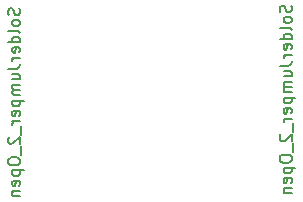
<source format=gbr>
G04 #@! TF.GenerationSoftware,KiCad,Pcbnew,9.0.4*
G04 #@! TF.CreationDate,2025-08-30T13:56:26-07:00*
G04 #@! TF.ProjectId,romi_board,726f6d69-5f62-46f6-9172-642e6b696361,rev?*
G04 #@! TF.SameCoordinates,Original*
G04 #@! TF.FileFunction,AssemblyDrawing,Bot*
%FSLAX46Y46*%
G04 Gerber Fmt 4.6, Leading zero omitted, Abs format (unit mm)*
G04 Created by KiCad (PCBNEW 9.0.4) date 2025-08-30 13:56:26*
%MOMM*%
%LPD*%
G01*
G04 APERTURE LIST*
%ADD10C,0.150000*%
G04 APERTURE END LIST*
D10*
X81151322Y-80747465D02*
X81198941Y-80890322D01*
X81198941Y-80890322D02*
X81198941Y-81128417D01*
X81198941Y-81128417D02*
X81151322Y-81223655D01*
X81151322Y-81223655D02*
X81103702Y-81271274D01*
X81103702Y-81271274D02*
X81008464Y-81318893D01*
X81008464Y-81318893D02*
X80913226Y-81318893D01*
X80913226Y-81318893D02*
X80817988Y-81271274D01*
X80817988Y-81271274D02*
X80770369Y-81223655D01*
X80770369Y-81223655D02*
X80722750Y-81128417D01*
X80722750Y-81128417D02*
X80675131Y-80937941D01*
X80675131Y-80937941D02*
X80627512Y-80842703D01*
X80627512Y-80842703D02*
X80579893Y-80795084D01*
X80579893Y-80795084D02*
X80484655Y-80747465D01*
X80484655Y-80747465D02*
X80389417Y-80747465D01*
X80389417Y-80747465D02*
X80294179Y-80795084D01*
X80294179Y-80795084D02*
X80246560Y-80842703D01*
X80246560Y-80842703D02*
X80198941Y-80937941D01*
X80198941Y-80937941D02*
X80198941Y-81176036D01*
X80198941Y-81176036D02*
X80246560Y-81318893D01*
X81198941Y-81890322D02*
X81151322Y-81795084D01*
X81151322Y-81795084D02*
X81103702Y-81747465D01*
X81103702Y-81747465D02*
X81008464Y-81699846D01*
X81008464Y-81699846D02*
X80722750Y-81699846D01*
X80722750Y-81699846D02*
X80627512Y-81747465D01*
X80627512Y-81747465D02*
X80579893Y-81795084D01*
X80579893Y-81795084D02*
X80532274Y-81890322D01*
X80532274Y-81890322D02*
X80532274Y-82033179D01*
X80532274Y-82033179D02*
X80579893Y-82128417D01*
X80579893Y-82128417D02*
X80627512Y-82176036D01*
X80627512Y-82176036D02*
X80722750Y-82223655D01*
X80722750Y-82223655D02*
X81008464Y-82223655D01*
X81008464Y-82223655D02*
X81103702Y-82176036D01*
X81103702Y-82176036D02*
X81151322Y-82128417D01*
X81151322Y-82128417D02*
X81198941Y-82033179D01*
X81198941Y-82033179D02*
X81198941Y-81890322D01*
X81198941Y-82795084D02*
X81151322Y-82699846D01*
X81151322Y-82699846D02*
X81056083Y-82652227D01*
X81056083Y-82652227D02*
X80198941Y-82652227D01*
X81198941Y-83604608D02*
X80198941Y-83604608D01*
X81151322Y-83604608D02*
X81198941Y-83509370D01*
X81198941Y-83509370D02*
X81198941Y-83318894D01*
X81198941Y-83318894D02*
X81151322Y-83223656D01*
X81151322Y-83223656D02*
X81103702Y-83176037D01*
X81103702Y-83176037D02*
X81008464Y-83128418D01*
X81008464Y-83128418D02*
X80722750Y-83128418D01*
X80722750Y-83128418D02*
X80627512Y-83176037D01*
X80627512Y-83176037D02*
X80579893Y-83223656D01*
X80579893Y-83223656D02*
X80532274Y-83318894D01*
X80532274Y-83318894D02*
X80532274Y-83509370D01*
X80532274Y-83509370D02*
X80579893Y-83604608D01*
X81151322Y-84461751D02*
X81198941Y-84366513D01*
X81198941Y-84366513D02*
X81198941Y-84176037D01*
X81198941Y-84176037D02*
X81151322Y-84080799D01*
X81151322Y-84080799D02*
X81056083Y-84033180D01*
X81056083Y-84033180D02*
X80675131Y-84033180D01*
X80675131Y-84033180D02*
X80579893Y-84080799D01*
X80579893Y-84080799D02*
X80532274Y-84176037D01*
X80532274Y-84176037D02*
X80532274Y-84366513D01*
X80532274Y-84366513D02*
X80579893Y-84461751D01*
X80579893Y-84461751D02*
X80675131Y-84509370D01*
X80675131Y-84509370D02*
X80770369Y-84509370D01*
X80770369Y-84509370D02*
X80865607Y-84033180D01*
X81198941Y-84937942D02*
X80532274Y-84937942D01*
X80722750Y-84937942D02*
X80627512Y-84985561D01*
X80627512Y-84985561D02*
X80579893Y-85033180D01*
X80579893Y-85033180D02*
X80532274Y-85128418D01*
X80532274Y-85128418D02*
X80532274Y-85223656D01*
X80198941Y-85842704D02*
X80913226Y-85842704D01*
X80913226Y-85842704D02*
X81056083Y-85795085D01*
X81056083Y-85795085D02*
X81151322Y-85699847D01*
X81151322Y-85699847D02*
X81198941Y-85556990D01*
X81198941Y-85556990D02*
X81198941Y-85461752D01*
X80532274Y-86747466D02*
X81198941Y-86747466D01*
X80532274Y-86318895D02*
X81056083Y-86318895D01*
X81056083Y-86318895D02*
X81151322Y-86366514D01*
X81151322Y-86366514D02*
X81198941Y-86461752D01*
X81198941Y-86461752D02*
X81198941Y-86604609D01*
X81198941Y-86604609D02*
X81151322Y-86699847D01*
X81151322Y-86699847D02*
X81103702Y-86747466D01*
X81198941Y-87223657D02*
X80532274Y-87223657D01*
X80627512Y-87223657D02*
X80579893Y-87271276D01*
X80579893Y-87271276D02*
X80532274Y-87366514D01*
X80532274Y-87366514D02*
X80532274Y-87509371D01*
X80532274Y-87509371D02*
X80579893Y-87604609D01*
X80579893Y-87604609D02*
X80675131Y-87652228D01*
X80675131Y-87652228D02*
X81198941Y-87652228D01*
X80675131Y-87652228D02*
X80579893Y-87699847D01*
X80579893Y-87699847D02*
X80532274Y-87795085D01*
X80532274Y-87795085D02*
X80532274Y-87937942D01*
X80532274Y-87937942D02*
X80579893Y-88033181D01*
X80579893Y-88033181D02*
X80675131Y-88080800D01*
X80675131Y-88080800D02*
X81198941Y-88080800D01*
X80532274Y-88556990D02*
X81532274Y-88556990D01*
X80579893Y-88556990D02*
X80532274Y-88652228D01*
X80532274Y-88652228D02*
X80532274Y-88842704D01*
X80532274Y-88842704D02*
X80579893Y-88937942D01*
X80579893Y-88937942D02*
X80627512Y-88985561D01*
X80627512Y-88985561D02*
X80722750Y-89033180D01*
X80722750Y-89033180D02*
X81008464Y-89033180D01*
X81008464Y-89033180D02*
X81103702Y-88985561D01*
X81103702Y-88985561D02*
X81151322Y-88937942D01*
X81151322Y-88937942D02*
X81198941Y-88842704D01*
X81198941Y-88842704D02*
X81198941Y-88652228D01*
X81198941Y-88652228D02*
X81151322Y-88556990D01*
X81151322Y-89842704D02*
X81198941Y-89747466D01*
X81198941Y-89747466D02*
X81198941Y-89556990D01*
X81198941Y-89556990D02*
X81151322Y-89461752D01*
X81151322Y-89461752D02*
X81056083Y-89414133D01*
X81056083Y-89414133D02*
X80675131Y-89414133D01*
X80675131Y-89414133D02*
X80579893Y-89461752D01*
X80579893Y-89461752D02*
X80532274Y-89556990D01*
X80532274Y-89556990D02*
X80532274Y-89747466D01*
X80532274Y-89747466D02*
X80579893Y-89842704D01*
X80579893Y-89842704D02*
X80675131Y-89890323D01*
X80675131Y-89890323D02*
X80770369Y-89890323D01*
X80770369Y-89890323D02*
X80865607Y-89414133D01*
X81198941Y-90318895D02*
X80532274Y-90318895D01*
X80722750Y-90318895D02*
X80627512Y-90366514D01*
X80627512Y-90366514D02*
X80579893Y-90414133D01*
X80579893Y-90414133D02*
X80532274Y-90509371D01*
X80532274Y-90509371D02*
X80532274Y-90604609D01*
X81294179Y-90699848D02*
X81294179Y-91461752D01*
X80294179Y-91652229D02*
X80246560Y-91699848D01*
X80246560Y-91699848D02*
X80198941Y-91795086D01*
X80198941Y-91795086D02*
X80198941Y-92033181D01*
X80198941Y-92033181D02*
X80246560Y-92128419D01*
X80246560Y-92128419D02*
X80294179Y-92176038D01*
X80294179Y-92176038D02*
X80389417Y-92223657D01*
X80389417Y-92223657D02*
X80484655Y-92223657D01*
X80484655Y-92223657D02*
X80627512Y-92176038D01*
X80627512Y-92176038D02*
X81198941Y-91604610D01*
X81198941Y-91604610D02*
X81198941Y-92223657D01*
X81294179Y-92414134D02*
X81294179Y-93176038D01*
X80198941Y-93604610D02*
X80198941Y-93795086D01*
X80198941Y-93795086D02*
X80246560Y-93890324D01*
X80246560Y-93890324D02*
X80341798Y-93985562D01*
X80341798Y-93985562D02*
X80532274Y-94033181D01*
X80532274Y-94033181D02*
X80865607Y-94033181D01*
X80865607Y-94033181D02*
X81056083Y-93985562D01*
X81056083Y-93985562D02*
X81151322Y-93890324D01*
X81151322Y-93890324D02*
X81198941Y-93795086D01*
X81198941Y-93795086D02*
X81198941Y-93604610D01*
X81198941Y-93604610D02*
X81151322Y-93509372D01*
X81151322Y-93509372D02*
X81056083Y-93414134D01*
X81056083Y-93414134D02*
X80865607Y-93366515D01*
X80865607Y-93366515D02*
X80532274Y-93366515D01*
X80532274Y-93366515D02*
X80341798Y-93414134D01*
X80341798Y-93414134D02*
X80246560Y-93509372D01*
X80246560Y-93509372D02*
X80198941Y-93604610D01*
X80532274Y-94461753D02*
X81532274Y-94461753D01*
X80579893Y-94461753D02*
X80532274Y-94556991D01*
X80532274Y-94556991D02*
X80532274Y-94747467D01*
X80532274Y-94747467D02*
X80579893Y-94842705D01*
X80579893Y-94842705D02*
X80627512Y-94890324D01*
X80627512Y-94890324D02*
X80722750Y-94937943D01*
X80722750Y-94937943D02*
X81008464Y-94937943D01*
X81008464Y-94937943D02*
X81103702Y-94890324D01*
X81103702Y-94890324D02*
X81151322Y-94842705D01*
X81151322Y-94842705D02*
X81198941Y-94747467D01*
X81198941Y-94747467D02*
X81198941Y-94556991D01*
X81198941Y-94556991D02*
X81151322Y-94461753D01*
X81151322Y-95747467D02*
X81198941Y-95652229D01*
X81198941Y-95652229D02*
X81198941Y-95461753D01*
X81198941Y-95461753D02*
X81151322Y-95366515D01*
X81151322Y-95366515D02*
X81056083Y-95318896D01*
X81056083Y-95318896D02*
X80675131Y-95318896D01*
X80675131Y-95318896D02*
X80579893Y-95366515D01*
X80579893Y-95366515D02*
X80532274Y-95461753D01*
X80532274Y-95461753D02*
X80532274Y-95652229D01*
X80532274Y-95652229D02*
X80579893Y-95747467D01*
X80579893Y-95747467D02*
X80675131Y-95795086D01*
X80675131Y-95795086D02*
X80770369Y-95795086D01*
X80770369Y-95795086D02*
X80865607Y-95318896D01*
X80532274Y-96223658D02*
X81198941Y-96223658D01*
X80627512Y-96223658D02*
X80579893Y-96271277D01*
X80579893Y-96271277D02*
X80532274Y-96366515D01*
X80532274Y-96366515D02*
X80532274Y-96509372D01*
X80532274Y-96509372D02*
X80579893Y-96604610D01*
X80579893Y-96604610D02*
X80675131Y-96652229D01*
X80675131Y-96652229D02*
X81198941Y-96652229D01*
X104148322Y-80508465D02*
X104195941Y-80651322D01*
X104195941Y-80651322D02*
X104195941Y-80889417D01*
X104195941Y-80889417D02*
X104148322Y-80984655D01*
X104148322Y-80984655D02*
X104100702Y-81032274D01*
X104100702Y-81032274D02*
X104005464Y-81079893D01*
X104005464Y-81079893D02*
X103910226Y-81079893D01*
X103910226Y-81079893D02*
X103814988Y-81032274D01*
X103814988Y-81032274D02*
X103767369Y-80984655D01*
X103767369Y-80984655D02*
X103719750Y-80889417D01*
X103719750Y-80889417D02*
X103672131Y-80698941D01*
X103672131Y-80698941D02*
X103624512Y-80603703D01*
X103624512Y-80603703D02*
X103576893Y-80556084D01*
X103576893Y-80556084D02*
X103481655Y-80508465D01*
X103481655Y-80508465D02*
X103386417Y-80508465D01*
X103386417Y-80508465D02*
X103291179Y-80556084D01*
X103291179Y-80556084D02*
X103243560Y-80603703D01*
X103243560Y-80603703D02*
X103195941Y-80698941D01*
X103195941Y-80698941D02*
X103195941Y-80937036D01*
X103195941Y-80937036D02*
X103243560Y-81079893D01*
X104195941Y-81651322D02*
X104148322Y-81556084D01*
X104148322Y-81556084D02*
X104100702Y-81508465D01*
X104100702Y-81508465D02*
X104005464Y-81460846D01*
X104005464Y-81460846D02*
X103719750Y-81460846D01*
X103719750Y-81460846D02*
X103624512Y-81508465D01*
X103624512Y-81508465D02*
X103576893Y-81556084D01*
X103576893Y-81556084D02*
X103529274Y-81651322D01*
X103529274Y-81651322D02*
X103529274Y-81794179D01*
X103529274Y-81794179D02*
X103576893Y-81889417D01*
X103576893Y-81889417D02*
X103624512Y-81937036D01*
X103624512Y-81937036D02*
X103719750Y-81984655D01*
X103719750Y-81984655D02*
X104005464Y-81984655D01*
X104005464Y-81984655D02*
X104100702Y-81937036D01*
X104100702Y-81937036D02*
X104148322Y-81889417D01*
X104148322Y-81889417D02*
X104195941Y-81794179D01*
X104195941Y-81794179D02*
X104195941Y-81651322D01*
X104195941Y-82556084D02*
X104148322Y-82460846D01*
X104148322Y-82460846D02*
X104053083Y-82413227D01*
X104053083Y-82413227D02*
X103195941Y-82413227D01*
X104195941Y-83365608D02*
X103195941Y-83365608D01*
X104148322Y-83365608D02*
X104195941Y-83270370D01*
X104195941Y-83270370D02*
X104195941Y-83079894D01*
X104195941Y-83079894D02*
X104148322Y-82984656D01*
X104148322Y-82984656D02*
X104100702Y-82937037D01*
X104100702Y-82937037D02*
X104005464Y-82889418D01*
X104005464Y-82889418D02*
X103719750Y-82889418D01*
X103719750Y-82889418D02*
X103624512Y-82937037D01*
X103624512Y-82937037D02*
X103576893Y-82984656D01*
X103576893Y-82984656D02*
X103529274Y-83079894D01*
X103529274Y-83079894D02*
X103529274Y-83270370D01*
X103529274Y-83270370D02*
X103576893Y-83365608D01*
X104148322Y-84222751D02*
X104195941Y-84127513D01*
X104195941Y-84127513D02*
X104195941Y-83937037D01*
X104195941Y-83937037D02*
X104148322Y-83841799D01*
X104148322Y-83841799D02*
X104053083Y-83794180D01*
X104053083Y-83794180D02*
X103672131Y-83794180D01*
X103672131Y-83794180D02*
X103576893Y-83841799D01*
X103576893Y-83841799D02*
X103529274Y-83937037D01*
X103529274Y-83937037D02*
X103529274Y-84127513D01*
X103529274Y-84127513D02*
X103576893Y-84222751D01*
X103576893Y-84222751D02*
X103672131Y-84270370D01*
X103672131Y-84270370D02*
X103767369Y-84270370D01*
X103767369Y-84270370D02*
X103862607Y-83794180D01*
X104195941Y-84698942D02*
X103529274Y-84698942D01*
X103719750Y-84698942D02*
X103624512Y-84746561D01*
X103624512Y-84746561D02*
X103576893Y-84794180D01*
X103576893Y-84794180D02*
X103529274Y-84889418D01*
X103529274Y-84889418D02*
X103529274Y-84984656D01*
X103195941Y-85603704D02*
X103910226Y-85603704D01*
X103910226Y-85603704D02*
X104053083Y-85556085D01*
X104053083Y-85556085D02*
X104148322Y-85460847D01*
X104148322Y-85460847D02*
X104195941Y-85317990D01*
X104195941Y-85317990D02*
X104195941Y-85222752D01*
X103529274Y-86508466D02*
X104195941Y-86508466D01*
X103529274Y-86079895D02*
X104053083Y-86079895D01*
X104053083Y-86079895D02*
X104148322Y-86127514D01*
X104148322Y-86127514D02*
X104195941Y-86222752D01*
X104195941Y-86222752D02*
X104195941Y-86365609D01*
X104195941Y-86365609D02*
X104148322Y-86460847D01*
X104148322Y-86460847D02*
X104100702Y-86508466D01*
X104195941Y-86984657D02*
X103529274Y-86984657D01*
X103624512Y-86984657D02*
X103576893Y-87032276D01*
X103576893Y-87032276D02*
X103529274Y-87127514D01*
X103529274Y-87127514D02*
X103529274Y-87270371D01*
X103529274Y-87270371D02*
X103576893Y-87365609D01*
X103576893Y-87365609D02*
X103672131Y-87413228D01*
X103672131Y-87413228D02*
X104195941Y-87413228D01*
X103672131Y-87413228D02*
X103576893Y-87460847D01*
X103576893Y-87460847D02*
X103529274Y-87556085D01*
X103529274Y-87556085D02*
X103529274Y-87698942D01*
X103529274Y-87698942D02*
X103576893Y-87794181D01*
X103576893Y-87794181D02*
X103672131Y-87841800D01*
X103672131Y-87841800D02*
X104195941Y-87841800D01*
X103529274Y-88317990D02*
X104529274Y-88317990D01*
X103576893Y-88317990D02*
X103529274Y-88413228D01*
X103529274Y-88413228D02*
X103529274Y-88603704D01*
X103529274Y-88603704D02*
X103576893Y-88698942D01*
X103576893Y-88698942D02*
X103624512Y-88746561D01*
X103624512Y-88746561D02*
X103719750Y-88794180D01*
X103719750Y-88794180D02*
X104005464Y-88794180D01*
X104005464Y-88794180D02*
X104100702Y-88746561D01*
X104100702Y-88746561D02*
X104148322Y-88698942D01*
X104148322Y-88698942D02*
X104195941Y-88603704D01*
X104195941Y-88603704D02*
X104195941Y-88413228D01*
X104195941Y-88413228D02*
X104148322Y-88317990D01*
X104148322Y-89603704D02*
X104195941Y-89508466D01*
X104195941Y-89508466D02*
X104195941Y-89317990D01*
X104195941Y-89317990D02*
X104148322Y-89222752D01*
X104148322Y-89222752D02*
X104053083Y-89175133D01*
X104053083Y-89175133D02*
X103672131Y-89175133D01*
X103672131Y-89175133D02*
X103576893Y-89222752D01*
X103576893Y-89222752D02*
X103529274Y-89317990D01*
X103529274Y-89317990D02*
X103529274Y-89508466D01*
X103529274Y-89508466D02*
X103576893Y-89603704D01*
X103576893Y-89603704D02*
X103672131Y-89651323D01*
X103672131Y-89651323D02*
X103767369Y-89651323D01*
X103767369Y-89651323D02*
X103862607Y-89175133D01*
X104195941Y-90079895D02*
X103529274Y-90079895D01*
X103719750Y-90079895D02*
X103624512Y-90127514D01*
X103624512Y-90127514D02*
X103576893Y-90175133D01*
X103576893Y-90175133D02*
X103529274Y-90270371D01*
X103529274Y-90270371D02*
X103529274Y-90365609D01*
X104291179Y-90460848D02*
X104291179Y-91222752D01*
X103291179Y-91413229D02*
X103243560Y-91460848D01*
X103243560Y-91460848D02*
X103195941Y-91556086D01*
X103195941Y-91556086D02*
X103195941Y-91794181D01*
X103195941Y-91794181D02*
X103243560Y-91889419D01*
X103243560Y-91889419D02*
X103291179Y-91937038D01*
X103291179Y-91937038D02*
X103386417Y-91984657D01*
X103386417Y-91984657D02*
X103481655Y-91984657D01*
X103481655Y-91984657D02*
X103624512Y-91937038D01*
X103624512Y-91937038D02*
X104195941Y-91365610D01*
X104195941Y-91365610D02*
X104195941Y-91984657D01*
X104291179Y-92175134D02*
X104291179Y-92937038D01*
X103195941Y-93365610D02*
X103195941Y-93556086D01*
X103195941Y-93556086D02*
X103243560Y-93651324D01*
X103243560Y-93651324D02*
X103338798Y-93746562D01*
X103338798Y-93746562D02*
X103529274Y-93794181D01*
X103529274Y-93794181D02*
X103862607Y-93794181D01*
X103862607Y-93794181D02*
X104053083Y-93746562D01*
X104053083Y-93746562D02*
X104148322Y-93651324D01*
X104148322Y-93651324D02*
X104195941Y-93556086D01*
X104195941Y-93556086D02*
X104195941Y-93365610D01*
X104195941Y-93365610D02*
X104148322Y-93270372D01*
X104148322Y-93270372D02*
X104053083Y-93175134D01*
X104053083Y-93175134D02*
X103862607Y-93127515D01*
X103862607Y-93127515D02*
X103529274Y-93127515D01*
X103529274Y-93127515D02*
X103338798Y-93175134D01*
X103338798Y-93175134D02*
X103243560Y-93270372D01*
X103243560Y-93270372D02*
X103195941Y-93365610D01*
X103529274Y-94222753D02*
X104529274Y-94222753D01*
X103576893Y-94222753D02*
X103529274Y-94317991D01*
X103529274Y-94317991D02*
X103529274Y-94508467D01*
X103529274Y-94508467D02*
X103576893Y-94603705D01*
X103576893Y-94603705D02*
X103624512Y-94651324D01*
X103624512Y-94651324D02*
X103719750Y-94698943D01*
X103719750Y-94698943D02*
X104005464Y-94698943D01*
X104005464Y-94698943D02*
X104100702Y-94651324D01*
X104100702Y-94651324D02*
X104148322Y-94603705D01*
X104148322Y-94603705D02*
X104195941Y-94508467D01*
X104195941Y-94508467D02*
X104195941Y-94317991D01*
X104195941Y-94317991D02*
X104148322Y-94222753D01*
X104148322Y-95508467D02*
X104195941Y-95413229D01*
X104195941Y-95413229D02*
X104195941Y-95222753D01*
X104195941Y-95222753D02*
X104148322Y-95127515D01*
X104148322Y-95127515D02*
X104053083Y-95079896D01*
X104053083Y-95079896D02*
X103672131Y-95079896D01*
X103672131Y-95079896D02*
X103576893Y-95127515D01*
X103576893Y-95127515D02*
X103529274Y-95222753D01*
X103529274Y-95222753D02*
X103529274Y-95413229D01*
X103529274Y-95413229D02*
X103576893Y-95508467D01*
X103576893Y-95508467D02*
X103672131Y-95556086D01*
X103672131Y-95556086D02*
X103767369Y-95556086D01*
X103767369Y-95556086D02*
X103862607Y-95079896D01*
X103529274Y-95984658D02*
X104195941Y-95984658D01*
X103624512Y-95984658D02*
X103576893Y-96032277D01*
X103576893Y-96032277D02*
X103529274Y-96127515D01*
X103529274Y-96127515D02*
X103529274Y-96270372D01*
X103529274Y-96270372D02*
X103576893Y-96365610D01*
X103576893Y-96365610D02*
X103672131Y-96413229D01*
X103672131Y-96413229D02*
X104195941Y-96413229D01*
M02*

</source>
